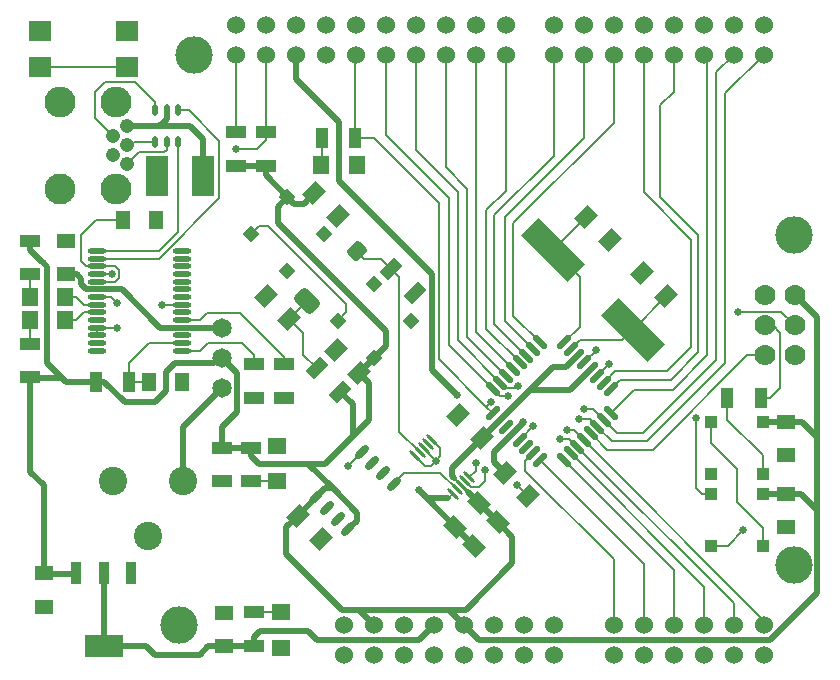
<source format=gtl>
G04*
G04 #@! TF.GenerationSoftware,Altium Limited,Altium Designer,19.1.8 (144)*
G04*
G04 Layer_Physical_Order=1*
G04 Layer_Color=255*
%FSLAX25Y25*%
%MOIN*%
G70*
G01*
G75*
%ADD12C,0.01000*%
%ADD13C,0.00600*%
%ADD18C,0.00000*%
G04:AMPARAMS|DCode=19|XSize=64.96mil|YSize=51.18mil|CornerRadius=0mil|HoleSize=0mil|Usage=FLASHONLY|Rotation=45.000|XOffset=0mil|YOffset=0mil|HoleType=Round|Shape=Rectangle|*
%AMROTATEDRECTD19*
4,1,4,-0.00487,-0.04106,-0.04106,-0.00487,0.00487,0.04106,0.04106,0.00487,-0.00487,-0.04106,0.0*
%
%ADD19ROTATEDRECTD19*%

G04:AMPARAMS|DCode=20|XSize=66.93mil|YSize=41.34mil|CornerRadius=0mil|HoleSize=0mil|Usage=FLASHONLY|Rotation=45.000|XOffset=0mil|YOffset=0mil|HoleType=Round|Shape=Rectangle|*
%AMROTATEDRECTD20*
4,1,4,-0.00905,-0.03828,-0.03828,-0.00905,0.00905,0.03828,0.03828,0.00905,-0.00905,-0.03828,0.0*
%
%ADD20ROTATEDRECTD20*%

G04:AMPARAMS|DCode=21|XSize=64.96mil|YSize=51.18mil|CornerRadius=0mil|HoleSize=0mil|Usage=FLASHONLY|Rotation=135.000|XOffset=0mil|YOffset=0mil|HoleType=Round|Shape=Rectangle|*
%AMROTATEDRECTD21*
4,1,4,0.04106,-0.00487,0.00487,-0.04106,-0.04106,0.00487,-0.00487,0.04106,0.04106,-0.00487,0.0*
%
%ADD21ROTATEDRECTD21*%

%ADD22O,0.06102X0.01772*%
%ADD23R,0.06496X0.05118*%
%ADD24R,0.04134X0.06693*%
%ADD25R,0.06693X0.04134*%
%ADD26R,0.05118X0.06496*%
%ADD27R,0.03543X0.07284*%
%ADD28R,0.12598X0.07284*%
%ADD29R,0.07480X0.13386*%
%ADD30R,0.05500X0.06300*%
%ADD31R,0.06300X0.05500*%
G04:AMPARAMS|DCode=32|XSize=21.65mil|YSize=59.06mil|CornerRadius=0mil|HoleSize=0mil|Usage=FLASHONLY|Rotation=315.000|XOffset=0mil|YOffset=0mil|HoleType=Round|Shape=Round|*
%AMOVALD32*
21,1,0.03740,0.02165,0.00000,0.00000,45.0*
1,1,0.02165,-0.01322,-0.01322*
1,1,0.02165,0.01322,0.01322*
%
%ADD32OVALD32*%

G04:AMPARAMS|DCode=33|XSize=21.65mil|YSize=59.06mil|CornerRadius=0mil|HoleSize=0mil|Usage=FLASHONLY|Rotation=225.000|XOffset=0mil|YOffset=0mil|HoleType=Round|Shape=Round|*
%AMOVALD33*
21,1,0.03740,0.02165,0.00000,0.00000,315.0*
1,1,0.02165,-0.01322,0.01322*
1,1,0.02165,0.01322,-0.01322*
%
%ADD33OVALD33*%

%ADD34P,0.05568X4X180.0*%
%ADD35R,0.03937X0.03937*%
%ADD36O,0.01968X0.03937*%
G04:AMPARAMS|DCode=37|XSize=11.81mil|YSize=53.15mil|CornerRadius=0mil|HoleSize=0mil|Usage=FLASHONLY|Rotation=45.000|XOffset=0mil|YOffset=0mil|HoleType=Round|Shape=Round|*
%AMOVALD37*
21,1,0.04134,0.01181,0.00000,0.00000,135.0*
1,1,0.01181,0.01462,-0.01462*
1,1,0.01181,-0.01462,0.01462*
%
%ADD37OVALD37*%

G04:AMPARAMS|DCode=38|XSize=220.47mil|YSize=82.68mil|CornerRadius=0mil|HoleSize=0mil|Usage=FLASHONLY|Rotation=315.000|XOffset=0mil|YOffset=0mil|HoleType=Round|Shape=Rectangle|*
%AMROTATEDRECTD38*
4,1,4,-0.10718,0.04872,-0.04872,0.10718,0.10718,-0.04872,0.04872,-0.10718,-0.10718,0.04872,0.0*
%
%ADD38ROTATEDRECTD38*%

%ADD39R,0.07480X0.06693*%
G04:AMPARAMS|DCode=40|XSize=23.62mil|YSize=57.09mil|CornerRadius=0mil|HoleSize=0mil|Usage=FLASHONLY|Rotation=315.000|XOffset=0mil|YOffset=0mil|HoleType=Round|Shape=Round|*
%AMOVALD40*
21,1,0.03347,0.02362,0.00000,0.00000,45.0*
1,1,0.02362,-0.01183,-0.01183*
1,1,0.02362,0.01183,0.01183*
%
%ADD40OVALD40*%

G04:AMPARAMS|DCode=41|XSize=51.18mil|YSize=59.06mil|CornerRadius=12.8mil|HoleSize=0mil|Usage=FLASHONLY|Rotation=315.000|XOffset=0mil|YOffset=0mil|HoleType=Round|Shape=RoundedRectangle|*
%AMROUNDEDRECTD41*
21,1,0.05118,0.03347,0,0,315.0*
21,1,0.02559,0.05906,0,0,315.0*
1,1,0.02559,-0.00278,-0.02088*
1,1,0.02559,-0.02088,-0.00278*
1,1,0.02559,0.00278,0.02088*
1,1,0.02559,0.02088,0.00278*
%
%ADD41ROUNDEDRECTD41*%
G04:AMPARAMS|DCode=42|XSize=82.68mil|YSize=59.06mil|CornerRadius=14.76mil|HoleSize=0mil|Usage=FLASHONLY|Rotation=315.000|XOffset=0mil|YOffset=0mil|HoleType=Round|Shape=RoundedRectangle|*
%AMROUNDEDRECTD42*
21,1,0.08268,0.02953,0,0,315.0*
21,1,0.05315,0.05906,0,0,315.0*
1,1,0.02953,0.00835,-0.02923*
1,1,0.02953,-0.02923,0.00835*
1,1,0.02953,-0.00835,0.02923*
1,1,0.02953,0.02923,-0.00835*
%
%ADD42ROUNDEDRECTD42*%
%ADD75C,0.12500*%
%ADD77C,0.02000*%
%ADD78C,0.06000*%
%ADD79C,0.07000*%
%ADD80C,0.06496*%
%ADD81C,0.04756*%
%ADD82O,0.10299X0.10299*%
%ADD83C,0.10299*%
%ADD84C,0.09449*%
%ADD85C,0.02500*%
D12*
X149140Y61518D02*
X151500Y59158D01*
X149134Y61518D02*
X149140D01*
X89000Y19114D02*
X89000Y19114D01*
D13*
X238039Y41339D02*
X243300Y46600D01*
X232639Y41339D02*
X238039D01*
X144932Y57317D02*
X146350Y58734D01*
X153641Y41393D02*
X153641D01*
X167700Y61700D02*
X171597Y57803D01*
X140800Y69600D02*
X142300Y71100D01*
X157618Y87618D02*
X159774Y85463D01*
X141800Y103437D02*
X157618Y87618D01*
Y87718D01*
X159100Y89200D01*
X198581Y102000D02*
X198600D01*
X194572Y97991D02*
X198581Y102000D01*
X194100Y106427D02*
Y106500D01*
X190118Y102445D02*
X194100Y106427D01*
X227600Y60500D02*
Y83900D01*
X237980Y83420D02*
Y90500D01*
Y83420D02*
X249961Y71439D01*
X232639Y75561D02*
Y82661D01*
X249961Y65339D02*
Y71439D01*
X229439Y58661D02*
X232639D01*
X227600Y60500D02*
X229439Y58661D01*
X241300Y55800D02*
Y66900D01*
X190118Y76555D02*
X248967Y17706D01*
X187891Y74328D02*
X240000Y22219D01*
X185664Y72101D02*
X230000Y27764D01*
X183437Y69874D02*
X220000Y33310D01*
X175363Y69874D02*
X210000Y35237D01*
X170600Y66300D02*
X200000Y36900D01*
Y15000D02*
Y36900D01*
X249961Y41339D02*
Y47139D01*
X241300Y55800D02*
X249961Y47139D01*
X230000Y15000D02*
Y27764D01*
X220000Y15000D02*
Y33310D01*
X210000Y15000D02*
Y35237D01*
X240000Y15000D02*
Y22219D01*
X248967Y16033D02*
Y17706D01*
Y16033D02*
X250000Y15000D01*
X162001Y95764D02*
X163964Y93800D01*
X167100D01*
X168000Y94700D01*
X241500Y119400D02*
X255954D01*
X260551Y114803D01*
X252997D02*
X255600Y112200D01*
X250551Y114803D02*
X252997D01*
X162010Y91300D02*
X164800D01*
X159774Y93537D02*
X162010Y91300D01*
X202848Y109900D02*
X206324Y113376D01*
X188664Y109900D02*
X202848D01*
X185664Y106899D02*
X188664Y109900D01*
X74000Y173500D02*
X81000D01*
X84000Y176500D01*
Y179110D01*
X182000Y77000D02*
X185219D01*
X187891Y74328D01*
X184500Y80000D02*
X186673D01*
X190118Y76555D01*
X154000Y66385D02*
Y69000D01*
X151917Y64302D02*
X154000Y66385D01*
X157000Y63000D02*
Y66500D01*
X155000Y61000D02*
X157000Y63000D01*
X152435Y61000D02*
X155000D01*
X150525Y62910D02*
X152435Y61000D01*
X84813Y148000D02*
X110900Y121913D01*
X81700Y148000D02*
X84813D01*
X110900Y119204D02*
Y121913D01*
X190000Y87000D02*
X193035D01*
X196799Y83236D01*
X188500Y83500D02*
X192081D01*
X194572Y81009D01*
X128600Y79268D02*
Y130787D01*
Y79268D02*
X135353Y72514D01*
X142268Y65600D02*
X147742Y60126D01*
X130298Y65600D02*
X142268D01*
X139200Y68000D02*
X140800Y69600D01*
X137084Y68000D02*
X139200D01*
X133961Y71122D02*
X137084Y68000D01*
X142300Y71100D02*
Y73919D01*
X139529Y76690D02*
X142300Y73919D01*
X136745Y73655D02*
X140800Y69600D01*
X136745Y73655D02*
Y73906D01*
X111400Y67900D02*
Y67915D01*
X116099Y72614D01*
X37724Y168551D02*
X41673Y172500D01*
X50100D01*
X51000Y173400D01*
Y175835D01*
X68600Y157100D02*
Y176400D01*
X48575Y137075D02*
X68600Y157100D01*
X27925Y137075D02*
X48575D01*
X91935Y116823D02*
X96600Y112158D01*
Y105087D02*
Y112158D01*
Y105087D02*
X101041Y100646D01*
X125719Y133668D02*
X128600Y130787D01*
X122387Y137000D02*
X125719Y133668D01*
X116948Y137000D02*
X122387D01*
X114492Y139456D02*
X116948Y137000D01*
X79041Y145328D02*
Y145341D01*
X81700Y148000D01*
X108033Y116337D02*
X110900Y119204D01*
X91935Y116823D02*
X97927Y122815D01*
Y122892D01*
X90000Y101910D02*
Y104400D01*
X75400Y119000D02*
X90000Y104400D01*
X64400Y119000D02*
X75400D01*
X157600Y113527D02*
Y153300D01*
Y113527D02*
X168682Y102445D01*
X157600Y153300D02*
X164000Y159700D01*
X160300Y151600D02*
X180000Y171300D01*
X160300Y115281D02*
Y151600D01*
Y115281D02*
X170909Y104672D01*
X87890Y62790D02*
X87900Y62800D01*
X79200Y62790D02*
X87890D01*
X126706Y62007D02*
X130298Y65600D01*
X113910Y177200D02*
X120100D01*
X141800Y155500D01*
X145000Y108310D02*
Y157300D01*
X124000Y178300D02*
X145000Y157300D01*
Y108310D02*
X159774Y93537D01*
X124000Y178300D02*
Y205000D01*
X141800Y103437D02*
Y155500D01*
X102600Y168400D02*
X102690Y168490D01*
Y177200D01*
X113910Y204910D02*
X114000Y205000D01*
X113910Y177200D02*
Y204910D01*
X192345Y78782D02*
X197727Y73400D01*
X213200D01*
X244603Y104803D01*
X250551D01*
X188700Y114390D02*
Y131000D01*
X183437Y109126D02*
X188700Y114390D01*
X179877Y139823D02*
X188700Y131000D01*
X206324Y113429D02*
X217397Y124503D01*
X206324Y113376D02*
Y113429D01*
X190903Y150848D02*
Y150997D01*
X179877Y139823D02*
X190903Y150848D01*
X237200Y192200D02*
X250000Y205000D01*
X237200Y102200D02*
Y192200D01*
X230000Y205000D02*
X231200Y203800D01*
Y104800D02*
Y203800D01*
X234100Y199100D02*
X240000Y205000D01*
X234100Y103400D02*
Y199100D01*
X211100Y76100D02*
X237200Y102200D01*
X194572Y81009D02*
X199481Y76100D01*
X211100D01*
X209700Y79000D02*
X234100Y103400D01*
X201035Y79000D02*
X209700D01*
X196799Y83236D02*
X201035Y79000D01*
X255600Y93800D02*
Y112200D01*
X252300Y90500D02*
X255600Y93800D01*
X249200Y90500D02*
X252300D01*
X206913Y93350D02*
X219750D01*
X202190Y96700D02*
X219000D01*
X200556Y99500D02*
X217700D01*
X199026Y93537D02*
X202190Y96700D01*
X219000D02*
X228300Y106000D01*
X217700Y99500D02*
X225700Y107500D01*
X196819Y95764D02*
X200556Y99500D01*
X219750Y93350D02*
X231200Y104800D01*
X199026Y85463D02*
X206913Y93350D01*
X228300Y106000D02*
Y145000D01*
X225700Y107500D02*
Y143400D01*
X210000Y159100D02*
X225700Y143400D01*
X215600Y157700D02*
X228300Y145000D01*
X134000Y173400D02*
Y205000D01*
Y173400D02*
X148000Y159400D01*
Y109765D02*
Y159400D01*
Y109765D02*
X162001Y95764D01*
X151200Y111019D02*
X164228Y97991D01*
X151200Y111019D02*
Y160300D01*
X154000Y112673D02*
Y205000D01*
Y112673D02*
X166455Y100218D01*
X163700Y116335D02*
X173136Y106899D01*
X163700Y116335D02*
Y151000D01*
X166500Y117990D02*
Y148800D01*
Y117990D02*
X175363Y109126D01*
X144000Y167500D02*
Y205000D01*
Y167500D02*
X151200Y160300D01*
X164000Y159700D02*
Y205000D01*
X163700Y151000D02*
X190000Y177300D01*
X166500Y148800D02*
X200000Y182300D01*
Y205000D01*
X190000Y177300D02*
Y205000D01*
X180000Y171300D02*
Y205000D01*
X62002Y116602D02*
X64400Y119000D01*
X56075Y116602D02*
X62002D01*
X56075Y106366D02*
X62166D01*
X64800Y109000D01*
X76300D01*
X80300Y105000D01*
Y101910D02*
Y105000D01*
X210000Y159100D02*
Y205000D01*
X196799Y95764D02*
X196819D01*
X215600Y188300D02*
X220000Y192700D01*
Y205000D01*
X215600Y157700D02*
Y188300D01*
X168682Y76555D02*
X173300Y81173D01*
X170600Y66300D02*
Y69564D01*
X173136Y72101D01*
X32520Y124279D02*
X34600Y122200D01*
X27925Y124279D02*
X32520D01*
X27925Y111484D02*
Y114043D01*
X34543D01*
X49420Y121721D02*
X56075D01*
X27925Y131957D02*
X32957D01*
X33798Y129398D02*
X35107Y130707D01*
X33784Y134516D02*
X35107Y133193D01*
Y130707D02*
Y133193D01*
X27925Y129398D02*
X33798D01*
X27925Y134516D02*
X33784D01*
X232639Y75561D02*
X241300Y66900D01*
X58535Y186465D02*
X68600Y176400D01*
X27925Y139634D02*
X48320D01*
X54740Y146054D01*
Y175835D01*
Y186465D02*
X58535D01*
X27500Y149800D02*
X36488D01*
X22600Y144900D02*
X27500Y149800D01*
X22600Y136200D02*
Y144900D01*
Y136200D02*
X24284Y134516D01*
X27925D01*
X84000Y179110D02*
Y205000D01*
X74000Y179110D02*
Y205000D01*
X38610Y96000D02*
X45288D01*
X45125Y108925D02*
X56075D01*
X38610Y102410D02*
X45125Y108925D01*
X38610Y96000D02*
Y102410D01*
X5500Y108710D02*
Y116700D01*
Y124200D02*
Y131790D01*
X23361Y119161D02*
X27925D01*
X20900Y116700D02*
X23361Y119161D01*
X17300Y116700D02*
X20900D01*
Y124200D02*
X23380Y121721D01*
X17300Y124200D02*
X20900D01*
X23380Y121721D02*
X27925D01*
X8674Y200823D02*
X37674D01*
X40633Y195867D02*
X47260Y189240D01*
Y186465D02*
Y189240D01*
X40154Y175835D02*
X47260D01*
X39965Y175646D02*
X40154Y175835D01*
X38520Y175646D02*
X39965D01*
X37724Y174850D02*
X38520Y175646D01*
X30367Y195867D02*
X40633D01*
X27000Y192500D02*
X30367Y195867D01*
X27000Y184000D02*
Y192500D01*
Y184000D02*
X33000Y178000D01*
X80000Y19114D02*
X89000D01*
X47260Y174850D02*
X47260Y174850D01*
D18*
X37921Y158709D02*
Y161858D01*
X30441D02*
X37921D01*
X30441Y158709D02*
Y161858D01*
Y158709D02*
X37921D01*
X19220Y187843D02*
Y190992D01*
X11740D02*
X19220D01*
X11740Y187843D02*
Y190992D01*
Y187843D02*
X19220D01*
X37921D02*
Y190992D01*
X30441D02*
X37921D01*
X30441Y187843D02*
Y190992D01*
Y187843D02*
X37921D01*
X19220Y158709D02*
Y161858D01*
X11740D02*
X19220D01*
X11740Y158709D02*
Y161858D01*
Y158709D02*
X19220D01*
D19*
X148203Y84897D02*
D03*
X155997Y77103D02*
D03*
X84140Y124618D02*
D03*
X91935Y116823D02*
D03*
X107998Y151103D02*
D03*
X100203Y158897D02*
D03*
X94716Y51248D02*
D03*
X102511Y43453D02*
D03*
X107333Y106658D02*
D03*
X115128Y98863D02*
D03*
X163803Y65597D02*
D03*
X171597Y57803D02*
D03*
X190903Y150997D02*
D03*
X198697Y143203D02*
D03*
X217397Y124503D02*
D03*
X209603Y132297D02*
D03*
D20*
X108975Y92712D02*
D03*
X101041Y100646D02*
D03*
X125719Y133668D02*
D03*
X133653Y125734D02*
D03*
D21*
X155072Y55552D02*
D03*
X147277Y47757D02*
D03*
X161436Y49188D02*
D03*
X153641Y41393D02*
D03*
D22*
X27925Y139634D02*
D03*
Y137075D02*
D03*
Y134516D02*
D03*
Y131957D02*
D03*
Y129398D02*
D03*
Y126839D02*
D03*
Y124279D02*
D03*
Y121721D02*
D03*
Y119161D02*
D03*
Y116602D02*
D03*
Y114043D02*
D03*
Y111484D02*
D03*
Y108925D02*
D03*
Y106366D02*
D03*
X56075Y139634D02*
D03*
Y137075D02*
D03*
Y134516D02*
D03*
Y131957D02*
D03*
Y129398D02*
D03*
Y126839D02*
D03*
Y124279D02*
D03*
Y121721D02*
D03*
Y119161D02*
D03*
Y116602D02*
D03*
Y114043D02*
D03*
Y111484D02*
D03*
Y108925D02*
D03*
Y106366D02*
D03*
D23*
X257500Y47688D02*
D03*
Y58712D02*
D03*
X257600Y71688D02*
D03*
Y82712D02*
D03*
X10000Y32106D02*
D03*
Y21083D02*
D03*
X70000Y7894D02*
D03*
Y18917D02*
D03*
X17400Y131788D02*
D03*
Y142812D02*
D03*
D24*
X237980Y90500D02*
D03*
X249200D02*
D03*
X113910Y177200D02*
D03*
X102690D02*
D03*
X27390Y96000D02*
D03*
X38610D02*
D03*
D25*
X80300Y90690D02*
D03*
X80300Y101910D02*
D03*
X90000Y90690D02*
D03*
Y101910D02*
D03*
X5500Y97490D02*
D03*
Y108710D02*
D03*
Y143010D02*
D03*
Y131790D02*
D03*
X79200Y74010D02*
D03*
Y62790D02*
D03*
X84000Y179110D02*
D03*
Y167890D02*
D03*
X74000Y179110D02*
D03*
Y167890D02*
D03*
X80000Y7894D02*
D03*
Y19114D02*
D03*
X69500Y74010D02*
D03*
Y62790D02*
D03*
D26*
X56312Y96000D02*
D03*
X45288D02*
D03*
X36488Y149800D02*
D03*
X47512D02*
D03*
D27*
X39055Y32106D02*
D03*
X30000D02*
D03*
X20945D02*
D03*
D28*
X30000Y7894D02*
D03*
D29*
X63177Y164500D02*
D03*
X47823D02*
D03*
D30*
X102600Y168400D02*
D03*
X114400D02*
D03*
X5500Y124200D02*
D03*
X17300D02*
D03*
X5500Y116700D02*
D03*
X17300D02*
D03*
D31*
X87900Y62800D02*
D03*
Y74600D02*
D03*
X89000Y19114D02*
D03*
Y7314D02*
D03*
D32*
X199026Y93537D02*
D03*
X196799Y95764D02*
D03*
X194572Y97991D02*
D03*
X192345Y100218D02*
D03*
X190118Y102445D02*
D03*
X187891Y104672D02*
D03*
X185664Y106899D02*
D03*
X183437Y109126D02*
D03*
X159774Y85463D02*
D03*
X162001Y83236D02*
D03*
X164228Y81009D02*
D03*
X166455Y78782D02*
D03*
X168682Y76555D02*
D03*
X170909Y74328D02*
D03*
X173136Y72101D02*
D03*
X175363Y69874D02*
D03*
D33*
Y109126D02*
D03*
X173136Y106899D02*
D03*
X170909Y104672D02*
D03*
X168682Y102445D02*
D03*
X166455Y100218D02*
D03*
X164228Y97991D02*
D03*
X162001Y95764D02*
D03*
X159774Y93537D02*
D03*
X183437Y69874D02*
D03*
X185664Y72101D02*
D03*
X187891Y74328D02*
D03*
X190118Y76555D02*
D03*
X192345Y78782D02*
D03*
X194572Y81009D02*
D03*
X196799Y83236D02*
D03*
X199026Y85463D02*
D03*
D34*
X108033Y116337D02*
D03*
X120282Y128586D02*
D03*
X132531Y116337D02*
D03*
X120282Y104087D02*
D03*
X103540Y145328D02*
D03*
X91290Y133079D02*
D03*
X79041Y145328D02*
D03*
X91290Y157577D02*
D03*
D35*
X249961Y41339D02*
D03*
X232639D02*
D03*
Y58661D02*
D03*
X249961D02*
D03*
Y65339D02*
D03*
X232639D02*
D03*
Y82661D02*
D03*
X249961D02*
D03*
D36*
X47260Y175835D02*
D03*
X51000D02*
D03*
X54740D02*
D03*
X47260Y186465D02*
D03*
X51000D02*
D03*
X54740D02*
D03*
D37*
X146350Y58734D02*
D03*
X147742Y60126D02*
D03*
X149134Y61518D02*
D03*
X150525Y62910D02*
D03*
X151917Y64302D02*
D03*
X133961Y71122D02*
D03*
X135353Y72514D02*
D03*
X136745Y73906D02*
D03*
X138137Y75298D02*
D03*
X139529Y76690D02*
D03*
D38*
X179877Y139823D02*
D03*
X206324Y113376D02*
D03*
D39*
X37674Y200823D02*
D03*
Y212823D02*
D03*
X8674Y200823D02*
D03*
Y212823D02*
D03*
D40*
X126706Y62007D02*
D03*
X123170Y65543D02*
D03*
X119635Y69078D02*
D03*
X116099Y72614D02*
D03*
X111533Y46835D02*
D03*
X107998Y50371D02*
D03*
X104462Y53906D02*
D03*
X100927Y57442D02*
D03*
D41*
X114492Y139456D02*
D03*
D42*
X97927Y122892D02*
D03*
D75*
X260000Y35000D02*
D03*
Y145000D02*
D03*
X60000Y205000D02*
D03*
X55000Y15000D02*
D03*
D77*
X137717Y57317D02*
X147277Y47757D01*
X135234Y59800D02*
X137717Y57317D01*
X144932D01*
X147277Y47757D02*
X153641Y41393D01*
X166455Y78782D02*
X169900Y82227D01*
Y82500D01*
X139500Y100000D02*
X147900Y91600D01*
X260551Y124803D02*
X267850Y117504D01*
Y77750D02*
Y117504D01*
Y53274D02*
Y77750D01*
Y25650D02*
Y53274D01*
X262412Y58712D02*
X267850Y53274D01*
X249961Y82661D02*
X250012Y82712D01*
X257600D01*
X262888D01*
X267850Y77750D01*
X252100Y9900D02*
X267850Y25650D01*
X155100Y9900D02*
X252100D01*
X150000Y15000D02*
X155100Y9900D01*
X150800Y20000D02*
X166300Y35500D01*
X145000Y20000D02*
X150800D01*
X166300Y35500D02*
Y44324D01*
X145000Y20000D02*
X150000Y15000D01*
X161436Y49188D02*
X166300Y44324D01*
X124000Y107806D02*
Y113000D01*
X88000Y149000D02*
X124000Y113000D01*
X88000Y149000D02*
Y154287D01*
X91290Y157577D02*
Y157577D01*
X84000Y164867D02*
X91290Y157577D01*
X88000Y154287D02*
X91290Y157577D01*
X120282Y104087D02*
X124000Y107806D01*
X139500Y100000D02*
Y132000D01*
X108500Y163000D02*
X139500Y132000D01*
X113100Y78000D02*
Y88587D01*
X108975Y92712D02*
X113100Y88587D01*
X108500Y163000D02*
Y182500D01*
X94000Y197000D02*
X108500Y182500D01*
X94000Y197000D02*
Y205000D01*
X135000Y10000D02*
X140000Y15000D01*
X101000Y10000D02*
X135000D01*
X80000Y11000D02*
X82000Y13000D01*
X80000Y7894D02*
Y11000D01*
X82000Y13000D02*
X98000D01*
X101000Y10000D01*
X146100Y64600D02*
Y67205D01*
Y64600D02*
X146873Y63827D01*
Y63778D02*
Y63827D01*
X56500Y81000D02*
X69500Y94000D01*
X53900Y102400D02*
X66683D01*
X50800Y99300D02*
X53900Y102400D01*
X50800Y92876D02*
Y99300D01*
X47124Y89200D02*
X50800Y92876D01*
X30200Y96000D02*
X37000Y89200D01*
X66683Y102400D02*
X68283Y104000D01*
X69500D01*
X37000Y89200D02*
X47124D01*
X69500Y80900D02*
X74600Y86000D01*
X69500Y74010D02*
Y80900D01*
X115128Y98934D02*
X120282Y104087D01*
X115128Y98863D02*
Y98934D01*
X113100Y78000D02*
X118500Y83400D01*
Y95491D01*
X115128Y98863D02*
X118500Y95491D01*
X103700Y68600D02*
X113100Y78000D01*
X96705Y155400D02*
X100203Y158897D01*
X93467Y155400D02*
X96705D01*
X91290Y157577D02*
X93467Y155400D01*
X84000Y164867D02*
Y167890D01*
X98153Y68600D02*
X103700D01*
X115000Y20000D02*
X145000D01*
X109600D02*
X115000D01*
X120000Y15000D01*
X90900Y38700D02*
X109600Y20000D01*
X90900Y38700D02*
Y47432D01*
X94716Y51248D01*
X79200Y71300D02*
Y74010D01*
Y71300D02*
X81900Y68600D01*
X98153D01*
X106321Y60432D01*
X56500Y63000D02*
Y81000D01*
X103917Y60432D02*
X106321D01*
X100927Y57442D02*
X103917Y60432D01*
X69500Y74010D02*
X79200D01*
X74600Y86000D02*
Y98900D01*
X69500Y104000D02*
X74600Y98900D01*
X146100Y67205D02*
X155997Y77103D01*
X160200Y72527D02*
X166455Y78782D01*
X160200Y69200D02*
Y72527D01*
Y69200D02*
X163803Y65597D01*
X155997Y77103D02*
Y77233D01*
X162001Y83236D01*
X151500Y59158D02*
X155072Y55586D01*
Y55552D02*
Y55586D01*
Y55552D02*
X161436Y49188D01*
X172064Y93300D02*
X179665Y100900D01*
X162001Y83236D02*
X172064Y93300D01*
X185427D01*
X192345Y100218D01*
X179665Y100900D02*
X184119D01*
X187891Y104672D01*
X74000Y167890D02*
X84000D01*
X27925Y126839D02*
X36161D01*
X48957Y114043D01*
X69457Y114043D02*
X69500Y114000D01*
X56075Y114043D02*
X69457D01*
X56075Y114043D02*
X56075Y114043D01*
X24197Y126839D02*
X27925D01*
X48957Y114043D02*
X56075D01*
X111533Y46835D02*
X114453Y49754D01*
X114453Y52300D02*
X114453Y49754D01*
X106321Y60432D02*
X114453Y52300D01*
X94733Y51248D02*
X100927Y57442D01*
X257500Y58712D02*
X262412D01*
X257450Y58661D02*
X257500Y58712D01*
X249961Y58661D02*
X257450D01*
X22600Y128436D02*
X24197Y126839D01*
X22600Y128436D02*
Y130300D01*
X21112Y131788D02*
X22600Y130300D01*
X17400Y131788D02*
X21112D01*
X11300Y102200D02*
Y134232D01*
X27390Y96000D02*
X30200D01*
X5500Y66000D02*
X10000Y61500D01*
Y32106D02*
Y61500D01*
X5500Y66000D02*
Y97490D01*
Y140000D02*
X9643Y135857D01*
X5500Y140000D02*
Y143010D01*
X9643Y135857D02*
X9675D01*
X11300Y134232D01*
Y102200D02*
X16110Y97390D01*
X5600D02*
X16110D01*
X5500Y97490D02*
X5600Y97390D01*
X17500Y96000D02*
X27390D01*
X16110Y97390D02*
X17500Y96000D01*
X63177Y164500D02*
Y176823D01*
X58850Y181150D02*
X63177Y176823D01*
X48650Y181150D02*
X58850D01*
X48650D02*
X51000Y183500D01*
Y186465D01*
X37724Y181150D02*
X48650D01*
X80000Y7894D02*
X80000Y7894D01*
X70000Y7894D02*
X80000D01*
X62000Y5000D02*
X64894Y7894D01*
X70000D01*
X47000Y5000D02*
X62000D01*
X44106Y7894D02*
X47000Y5000D01*
X30000Y7894D02*
X44106D01*
X30000D02*
Y32106D01*
X10106Y32000D02*
X20839D01*
X20945Y32106D01*
X10000Y32106D02*
X10106Y32000D01*
D78*
X110000Y5000D02*
D03*
X120000D02*
D03*
X130000D02*
D03*
X140000D02*
D03*
X150000D02*
D03*
X160000D02*
D03*
X170000D02*
D03*
X180000D02*
D03*
X250000D02*
D03*
X240000D02*
D03*
X230000D02*
D03*
X220000D02*
D03*
X210000D02*
D03*
X200000D02*
D03*
X250000Y215000D02*
D03*
X240000D02*
D03*
X230000D02*
D03*
X220000D02*
D03*
X210000D02*
D03*
X200000D02*
D03*
X190000D02*
D03*
X180000D02*
D03*
X74000D02*
D03*
X84000D02*
D03*
X94000D02*
D03*
X104000D02*
D03*
X114000D02*
D03*
X124000D02*
D03*
X134000D02*
D03*
X144000D02*
D03*
X154000D02*
D03*
X164000D02*
D03*
Y205000D02*
D03*
X154000D02*
D03*
X144000D02*
D03*
X134000D02*
D03*
X124000D02*
D03*
X114000D02*
D03*
X104000D02*
D03*
X94000D02*
D03*
X84000D02*
D03*
X74000D02*
D03*
X180000Y15000D02*
D03*
X170000D02*
D03*
X160000D02*
D03*
X150000D02*
D03*
X140000D02*
D03*
X130000D02*
D03*
X120000D02*
D03*
X110000D02*
D03*
X180000Y205000D02*
D03*
X190000D02*
D03*
X200000D02*
D03*
X210000D02*
D03*
X220000D02*
D03*
X230000D02*
D03*
X240000D02*
D03*
X250000D02*
D03*
X200000Y15000D02*
D03*
X210000D02*
D03*
X220000D02*
D03*
X230000D02*
D03*
X240000D02*
D03*
X250000D02*
D03*
D79*
X260551Y104803D02*
D03*
X250551D02*
D03*
X260551Y114803D02*
D03*
X250551D02*
D03*
X260551Y124803D02*
D03*
X250551D02*
D03*
D80*
X69500Y94000D02*
D03*
Y104000D02*
D03*
Y114000D02*
D03*
D81*
X37724Y181150D02*
D03*
Y174850D02*
D03*
Y168551D02*
D03*
X33000Y178000D02*
D03*
Y171701D02*
D03*
D82*
X15480Y189417D02*
D03*
X34181D02*
D03*
Y160284D02*
D03*
D83*
X15480D02*
D03*
D84*
X44780Y44496D02*
D03*
X33000Y63000D02*
D03*
X56500D02*
D03*
D85*
X243300Y46600D02*
D03*
X135234Y59800D02*
D03*
X167700Y61700D02*
D03*
X169900Y82500D02*
D03*
X147900Y91600D02*
D03*
X159100Y89200D02*
D03*
X198600Y102000D02*
D03*
X194100Y106500D02*
D03*
X249200Y90500D02*
D03*
X227600Y83900D02*
D03*
X168000Y94700D02*
D03*
X241500Y119400D02*
D03*
X164800Y91300D02*
D03*
X103540Y145328D02*
D03*
X74000Y173500D02*
D03*
Y179000D02*
D03*
X182000Y77000D02*
D03*
X184500Y80000D02*
D03*
X154000Y69000D02*
D03*
X157000Y66500D02*
D03*
X190000Y87000D02*
D03*
X188500Y83500D02*
D03*
X90000Y90690D02*
D03*
X80300Y90690D02*
D03*
X140900Y69600D02*
D03*
X111400Y67900D02*
D03*
X209603Y132297D02*
D03*
X198697Y143203D02*
D03*
X232639Y65339D02*
D03*
X102511Y43453D02*
D03*
X148203Y84897D02*
D03*
X87900Y74600D02*
D03*
X91290Y133079D02*
D03*
X120282Y128586D02*
D03*
X107333Y106658D02*
D03*
X84140Y124618D02*
D03*
X133653Y125734D02*
D03*
X107998Y151103D02*
D03*
X56312Y96000D02*
D03*
X69500Y62790D02*
D03*
X114400Y168400D02*
D03*
X257500Y47688D02*
D03*
X257600Y71688D02*
D03*
X89000Y7314D02*
D03*
X70000Y18917D02*
D03*
X39055Y32106D02*
D03*
X10000Y21083D02*
D03*
X47512Y149800D02*
D03*
X17400Y142812D02*
D03*
X37674Y212823D02*
D03*
X8674D02*
D03*
X37674Y200823D02*
D03*
X47823Y164500D02*
D03*
X173300Y81173D02*
D03*
X34600Y122200D02*
D03*
X34543Y114043D02*
D03*
X49420Y121721D02*
D03*
X32957Y131957D02*
D03*
M02*

</source>
